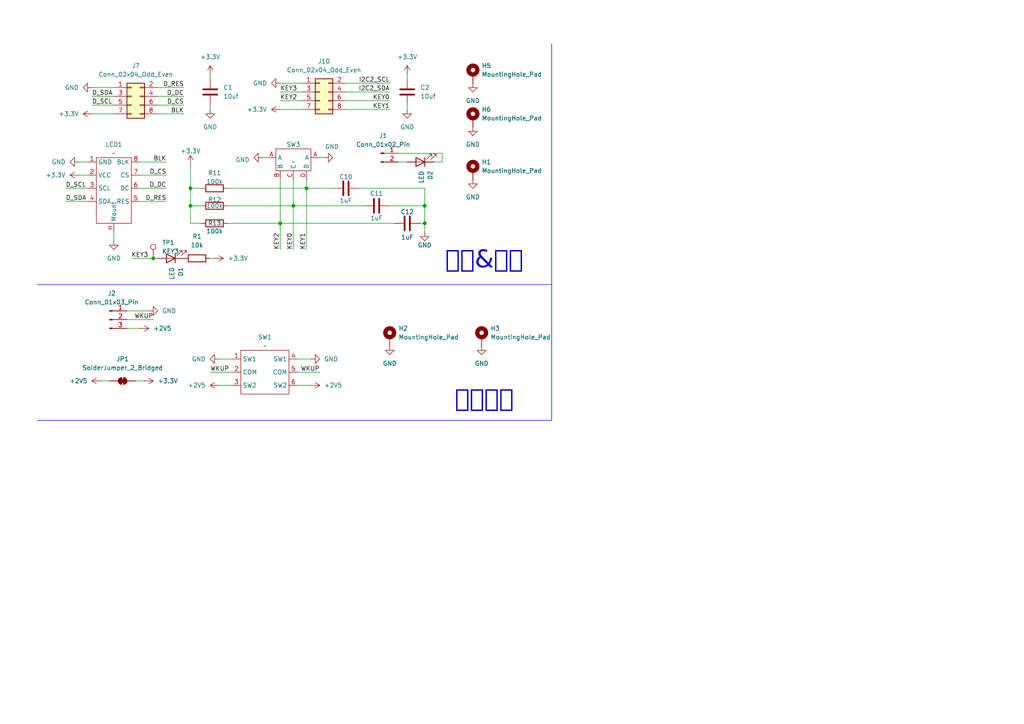
<source format=kicad_sch>
(kicad_sch (version 20250114) (generator "eeschema") (generator_version "9.0")
  (paper "A4")
  (title_block (title "PM_DISP") (date "2025-06-04") (rev "1.0") (company "LiuZS"))
  (lib_symbols
    (symbol "CODED_SW:3Direction_5Pin"
      (property "Reference" "SW" (at 0 5.08 0))
      (symbol "3Direction_5Pin_0_1"
        (rectangle (start -5.08 3.81) (end 5.08 -2.54))
      )
      (symbol "3Direction_5Pin_1_1"
        (pin input line (at -7.62 1.27 0) (length 2.54) (name "A") (number "A"))
        (pin output line (at -3.81 -5.08 90) (length 2.54) (name "B") (number "B"))
        (pin output line (at 0 -5.08 90) (length 2.54) (name "C") (number "C"))
        (pin output line (at 3.81 -5.08 90) (length 2.54) (name "D") (number "D"))
        (pin input line (at 7.62 1.27 180) (length 2.54) (name "A") (number "A"))
      )
    )
    (symbol "Connector:Conn_01x02_Pin" (pin_names (offset 1.016) (hide yes))
      (property "Reference" "J" (at 0 2.54 0))
      (property "Value" "Conn_01x02_Pin" (at 0 -5.08 0))
      (symbol "Conn_01x02_Pin_1_1"
        (rectangle (start 0.8636 0.127) (end 0 -0.127) (stroke (width 0.1524)) (fill (type outline)))
        (rectangle (start 0.8636 -2.413) (end 0 -2.667) (stroke (width 0.1524)) (fill (type outline)))
        (polyline (pts (xy 1.27 0) (xy 0.8636 0)) (stroke (width 0.1524)))
        (polyline (pts (xy 1.27 -2.54) (xy 0.8636 -2.54)) (stroke (width 0.1524)))
        (pin passive line (at 5.08 0 180) (length 3.81) (name "Pin_1") (number "1"))
        (pin passive line (at 5.08 -2.54 180) (length 3.81) (name "Pin_2") (number "2"))
      )
    )
    (symbol "Connector:Conn_01x03_Pin" (pin_names (offset 1.016) (hide yes))
      (property "Reference" "J" (at 0 5.08 0))
      (property "Value" "Conn_01x03_Pin" (at 0 -5.08 0))
      (symbol "Conn_01x03_Pin_1_1"
        (rectangle (start 0.8636 2.667) (end 0 2.413) (stroke (width 0.1524)) (fill (type outline)))
        (rectangle (start 0.8636 0.127) (end 0 -0.127) (stroke (width 0.1524)) (fill (type outline)))
        (rectangle (start 0.8636 -2.413) (end 0 -2.667) (stroke (width 0.1524)) (fill (type outline)))
        (polyline (pts (xy 1.27 2.54) (xy 0.8636 2.54)) (stroke (width 0.1524)))
        (polyline (pts (xy 1.27 0) (xy 0.8636 0)) (stroke (width 0.1524)))
        (polyline (pts (xy 1.27 -2.54) (xy 0.8636 -2.54)) (stroke (width 0.1524)))
        (pin passive line (at 5.08 2.54 180) (length 3.81) (name "Pin_1") (number "1"))
        (pin passive line (at 5.08 0 180) (length 3.81) (name "Pin_2") (number "2"))
        (pin passive line (at 5.08 -2.54 180) (length 3.81) (name "Pin_3") (number "3"))
      )
    )
    (symbol "Connector:TestPoint" (pin_numbers (hide yes)) (pin_names (offset 0.762) (hide yes))
      (property "Reference" "TP" (at 0 6.858 0))
      (property "Value" "TestPoint" (at 0 5.08 0))
      (symbol "TestPoint_0_1"
        (circle (center 0 3.302) (radius 0.762))
      )
      (symbol "TestPoint_1_1"
        (pin passive line (at 0 0 90) (length 2.54) (name "1") (number "1"))
      )
    )
    (symbol "Connector_Generic:Conn_02x04_Odd_Even" (pin_names (offset 1.016) (hide yes))
      (property "Reference" "J" (at 1.27 5.08 0))
      (property "Value" "Conn_02x04_Odd_Even" (at 1.27 -7.62 0))
      (symbol "Conn_02x04_Odd_Even_1_1"
        (rectangle (start -1.27 3.81) (end 3.81 -6.35) (stroke (width 0.254)) (fill (type background)))
        (rectangle (start -1.27 2.667) (end 0 2.413) (stroke (width 0.1524)))
        (rectangle (start -1.27 0.127) (end 0 -0.127) (stroke (width 0.1524)))
        (rectangle (start -1.27 -2.413) (end 0 -2.667) (stroke (width 0.1524)))
        (rectangle (start -1.27 -4.953) (end 0 -5.207) (stroke (width 0.1524)))
        (rectangle (start 3.81 2.667) (end 2.54 2.413) (stroke (width 0.1524)))
        (rectangle (start 3.81 0.127) (end 2.54 -0.127) (stroke (width 0.1524)))
        (rectangle (start 3.81 -2.413) (end 2.54 -2.667) (stroke (width 0.1524)))
        (rectangle (start 3.81 -4.953) (end 2.54 -5.207) (stroke (width 0.1524)))
        (pin passive line (at -5.08 2.54 0) (length 3.81) (name "Pin_1") (number "1"))
        (pin passive line (at -5.08 0 0) (length 3.81) (name "Pin_3") (number "3"))
        (pin passive line (at -5.08 -2.54 0) (length 3.81) (name "Pin_5") (number "5"))
        (pin passive line (at -5.08 -5.08 0) (length 3.81) (name "Pin_7") (number "7"))
        (pin passive line (at 7.62 2.54 180) (length 3.81) (name "Pin_2") (number "2"))
        (pin passive line (at 7.62 0 180) (length 3.81) (name "Pin_4") (number "4"))
        (pin passive line (at 7.62 -2.54 180) (length 3.81) (name "Pin_6") (number "6"))
        (pin passive line (at 7.62 -5.08 180) (length 3.81) (name "Pin_8") (number "8"))
      )
    )
    (symbol "Device:C" (pin_numbers (hide yes)) (pin_names (offset 0.254))
      (property "Reference" "C" (at 0.635 2.54 0))
      (property "Value" "C" (at 0.635 -2.54 0))
      (symbol "C_0_1"
        (polyline (pts (xy -2.032 0.762) (xy 2.032 0.762)) (stroke (width 0.508)))
        (polyline (pts (xy -2.032 -0.762) (xy 2.032 -0.762)) (stroke (width 0.508)))
      )
      (symbol "C_1_1"
        (pin passive line (at 0 3.81 270) (length 2.794) (name "~") (number "1"))
        (pin passive line (at 0 -3.81 90) (length 2.794) (name "~") (number "2"))
      )
    )
    (symbol "Device:LED" (pin_numbers (hide yes)) (pin_names (offset 1.016) (hide yes))
      (property "Reference" "D" (at 0 2.54 0))
      (property "Value" "LED" (at 0 -2.54 0))
      (symbol "LED_0_1"
        (polyline (pts (xy -3.048 -0.762) (xy -4.572 -2.286) (xy -3.81 -2.286) (xy -4.572 -2.286) (xy -4.572 -1.524)))
        (polyline (pts (xy -1.778 -0.762) (xy -3.302 -2.286) (xy -2.54 -2.286) (xy -3.302 -2.286) (xy -3.302 -1.524)))
        (polyline (pts (xy -1.27 0) (xy 1.27 0)))
        (polyline (pts (xy -1.27 -1.27) (xy -1.27 1.27)) (stroke (width 0.254)))
        (polyline (pts (xy 1.27 -1.27) (xy 1.27 1.27) (xy -1.27 0) (xy 1.27 -1.27)) (stroke (width 0.254)))
      )
      (symbol "LED_1_1"
        (pin passive line (at -3.81 0 0) (length 2.54) (name "K") (number "1"))
        (pin passive line (at 3.81 0 180) (length 2.54) (name "A") (number "2"))
      )
    )
    (symbol "Device:R" (pin_numbers (hide yes)) (pin_names (offset 0))
      (property "Reference" "R" (at 2.032 0 90))
      (property "Value" "R" (at 0 0 90))
      (symbol "R_0_1"
        (rectangle (start -1.016 -2.54) (end 1.016 2.54) (stroke (width 0.254)))
      )
      (symbol "R_1_1"
        (pin passive line (at 0 3.81 270) (length 1.27) (name "~") (number "1"))
        (pin passive line (at 0 -3.81 90) (length 1.27) (name "~") (number "2"))
      )
    )
    (symbol "Jumper:SolderJumper_2_Bridged" (pin_numbers (hide yes)) (pin_names (offset 0) (hide yes)) (in_bom no)
      (property "Reference" "JP" (at 0 2.032 0))
      (property "Value" "SolderJumper_2_Bridged" (at 0 -2.54 0))
      (symbol "SolderJumper_2_Bridged_0_1"
        (rectangle (start -0.508 0.508) (end 0.508 -0.508) (fill (type outline)))
        (polyline (pts (xy -0.254 1.016) (xy -0.254 -1.016)))
        (arc (start -0.254 -1.016) (mid -1.2656 0) (end -0.254 1.016))
        (arc (start -0.254 -1.016) (mid -1.2656 0) (end -0.254 1.016) (fill (type outline)))
        (arc (start 0.254 1.016) (mid 1.2656 0) (end 0.254 -1.016))
        (arc (start 0.254 1.016) (mid 1.2656 0) (end 0.254 -1.016) (fill (type outline)))
        (polyline (pts (xy 0.254 1.016) (xy 0.254 -1.016)))
      )
      (symbol "SolderJumper_2_Bridged_1_1"
        (pin passive line (at -3.81 0 0) (length 2.54) (name "A") (number "1"))
        (pin passive line (at 3.81 0 180) (length 2.54) (name "B") (number "2"))
      )
    )
    (symbol "KiCadLib:LCD1.69_240_280"
      (property "Reference" "LCD" (at 0 6.35 0))
      (symbol "LCD1.69_240_280_0_1"
        (rectangle (start -5.08 3.81) (end 5.08 -15.24))
      )
      (symbol "LCD1.69_240_280_1_1"
        (pin input line (at -7.62 2.54 0) (length 2.54) (name "GND") (number "1"))
        (pin input line (at -7.62 -1.27 0) (length 2.54) (name "VCC") (number "2"))
        (pin input line (at -7.62 -5.08 0) (length 2.54) (name "SCL") (number "3"))
        (pin input line (at -7.62 -8.89 0) (length 2.54) (name "SDA") (number "4"))
        (pin input line (at 0 -17.78 90) (length 2.54) (name "Mount") (number "H"))
        (pin input line (at 7.62 2.54 180) (length 2.54) (name "BLK") (number "8"))
        (pin input line (at 7.62 -1.27 180) (length 2.54) (name "CS") (number "7"))
        (pin input line (at 7.62 -5.08 180) (length 2.54) (name "DC") (number "6"))
        (pin input line (at 7.62 -8.89 180) (length 2.54) (name "RES") (number "5"))
      )
    )
    (symbol "KiCadLib:sw_push_5.8x5.8mm"
      (property "Reference" "SW" (at -0.508 7.62 0))
      (symbol "sw_push_5.8x5.8mm_0_1"
        (rectangle (start -7.62 6.35) (end 6.35 -6.35))
      )
      (symbol "sw_push_5.8x5.8mm_1_1"
        (pin input line (at -10.16 3.81 0) (length 2.54) (name "SW1") (number "1"))
        (pin input line (at -10.16 0 0) (length 2.54) (name "COM") (number "2"))
        (pin input line (at -10.16 -3.81 0) (length 2.54) (name "SW2") (number "3"))
        (pin input line (at 8.89 3.81 180) (length 2.54) (name "SW1") (number "4"))
        (pin input line (at 8.89 0 180) (length 2.54) (name "COM") (number "5"))
        (pin input line (at 8.89 -3.81 180) (length 2.54) (name "SW2") (number "6"))
      )
    )
    (symbol "Mechanical:MountingHole_Pad" (pin_numbers (hide yes)) (pin_names (offset 1.016) (hide yes)) (exclude_from_sim yes) (in_bom no)
      (property "Reference" "H" (at 0 6.35 0))
      (property "Value" "MountingHole_Pad" (at 0 4.445 0))
      (symbol "MountingHole_Pad_0_1"
        (circle (center 0 1.27) (radius 1.27) (stroke (width 1.27)))
      )
      (symbol "MountingHole_Pad_1_1"
        (pin input line (at 0 -2.54 90) (length 2.54) (name "1") (number "1"))
      )
    )
    (symbol "MountingHole_Pad_1" (pin_numbers (hide yes)) (pin_names (offset 1.016) (hide yes)) (in_bom no)
      (property "Reference" "H" (at 0 6.35 0))
      (property "Value" "MountingHole_Pad" (at 0 4.445 0))
      (symbol "MountingHole_Pad_1_0_1"
        (circle (center 0 1.27) (radius 1.27) (stroke (width 1.27)))
      )
      (symbol "MountingHole_Pad_1_1_1"
        (pin input line (at 0 -2.54 90) (length 2.54) (name "1") (number "1"))
      )
    )
    (symbol "power:+2V5" (power) (pin_numbers (hide yes)) (pin_names (offset 0) (hide yes))
      (property "Value" "+2V5" (at 0 3.556 0))
      (symbol "+2V5_0_1"
        (polyline (pts (xy -0.762 1.27) (xy 0 2.54)))
        (polyline (pts (xy 0 2.54) (xy 0.762 1.27)))
        (polyline (pts (xy 0 0) (xy 0 2.54)))
      )
      (symbol "+2V5_1_1"
        (pin power_in line (at 0 0 90) (length 0) (name "~") (number "1"))
      )
    )
    (symbol "power:+3.3V" (power) (pin_numbers (hide yes)) (pin_names (offset 0) (hide yes))
      (property "Value" "+3.3V" (at 0 3.556 0))
      (symbol "+3.3V_0_1"
        (polyline (pts (xy -0.762 1.27) (xy 0 2.54)))
        (polyline (pts (xy 0 2.54) (xy 0.762 1.27)))
        (polyline (pts (xy 0 0) (xy 0 2.54)))
      )
      (symbol "+3.3V_1_1"
        (pin power_in line (at 0 0 90) (length 0) (name "~") (number "1"))
      )
    )
    (symbol "power:GND" (power) (pin_numbers (hide yes)) (pin_names (offset 0) (hide yes))
      (property "Value" "GND" (at 0 -3.81 0))
      (symbol "GND_0_1"
        (polyline (pts (xy 0 0) (xy 0 -1.27) (xy 1.27 -1.27) (xy 0 -2.54) (xy -1.27 -1.27) (xy 0 -1.27)))
      )
      (symbol "GND_1_1"
        (pin power_in line (at 0 0 270) (length 0) (name "~") (number "1"))
      )
    )
  )
  (text "电源按键" (at 140.462 117.348 0) (effects (font (size 5.08 5.08))))
  (text "显示&按键" (at 140.462 76.962 0) (effects (font (size 5.08 5.08))))
  (junction (at 123.19 59.69))
  (junction (at 85.09 59.69))
  (junction (at 123.19 64.77))
  (junction (at 88.9 54.61))
  (junction (at 44.45 74.93))
  (junction (at 55.245 59.69))
  (junction (at 81.28 64.77))
  (junction (at 55.245 54.61))
  (wire (pts (xy 123.19 59.69) (xy 123.19 64.77)))
  (wire (pts (xy 85.09 52.07) (xy 85.09 59.69)))
  (wire (pts (xy 48.26 50.8) (xy 40.64 50.8)))
  (wire (pts (xy 66.04 54.61) (xy 88.9 54.61)))
  (wire (pts (xy 85.09 59.69) (xy 85.09 72.39)))
  (wire (pts (xy 55.245 47.625) (xy 55.245 54.61)))
  (wire (pts (xy 58.42 59.69) (xy 55.245 59.69)))
  (wire (pts (xy 58.42 64.77) (xy 55.245 64.77)))
  (wire (pts (xy 26.67 33.02) (xy 33.02 33.02)))
  (wire (pts (xy 55.245 54.61) (xy 55.245 59.69)))
  (wire (pts (xy 113.03 31.75) (xy 100.33 31.75)))
  (wire (pts (xy 22.86 46.99) (xy 25.4 46.99)))
  (wire (pts (xy 66.04 59.69) (xy 85.09 59.69)))
  (wire (pts (xy 53.34 30.48) (xy 45.72 30.48)))
  (polyline (pts (xy 10.795 121.92) (xy 160.02 121.92)))
  (wire (pts (xy 63.5 111.76) (xy 67.31 111.76)))
  (wire (pts (xy 48.26 54.61) (xy 40.64 54.61)))
  (wire (pts (xy 81.28 64.77) (xy 81.28 72.39)))
  (wire (pts (xy 104.14 54.61) (xy 123.19 54.61)))
  (wire (pts (xy 93.98 45.72) (xy 92.71 45.72)))
  (wire (pts (xy 92.71 107.95) (xy 86.36 107.95)))
  (wire (pts (xy 43.18 90.17) (xy 36.83 90.17)))
  (wire (pts (xy 81.28 31.75) (xy 87.63 31.75)))
  (wire (pts (xy 90.17 104.14) (xy 86.36 104.14)))
  (wire (pts (xy 63.5 104.14) (xy 67.31 104.14)))
  (wire (pts (xy 123.19 54.61) (xy 123.19 59.69)))
  (wire (pts (xy 118.11 21.59) (xy 118.11 22.86)))
  (wire (pts (xy 88.9 54.61) (xy 96.52 54.61)))
  (wire (pts (xy 29.21 110.49) (xy 31.75 110.49)))
  (wire (pts (xy 115.57 44.45) (xy 128.27 44.45)))
  (wire (pts (xy 53.34 25.4) (xy 45.72 25.4)))
  (wire (pts (xy 123.19 67.31) (xy 123.19 64.77)))
  (wire (pts (xy 58.42 54.61) (xy 55.245 54.61)))
  (wire (pts (xy 81.28 64.77) (xy 114.3 64.77)))
  (wire (pts (xy 44.45 74.93) (xy 45.72 74.93)))
  (wire (pts (xy 38.1 74.93) (xy 44.45 74.93)))
  (wire (pts (xy 118.11 31.75) (xy 118.11 30.48)))
  (wire (pts (xy 66.04 64.77) (xy 81.28 64.77)))
  (wire (pts (xy 60.96 107.95) (xy 67.31 107.95)))
  (wire (pts (xy 113.03 24.13) (xy 100.33 24.13)))
  (wire (pts (xy 26.67 30.48) (xy 33.02 30.48)))
  (wire (pts (xy 113.03 29.21) (xy 100.33 29.21)))
  (wire (pts (xy 123.19 64.77) (xy 121.92 64.77)))
  (wire (pts (xy 81.28 29.21) (xy 87.63 29.21)))
  (wire (pts (xy 62.23 74.93) (xy 60.96 74.93)))
  (wire (pts (xy 19.05 54.61) (xy 25.4 54.61)))
  (wire (pts (xy 26.67 25.4) (xy 33.02 25.4)))
  (wire (pts (xy 26.67 27.94) (xy 33.02 27.94)))
  (wire (pts (xy 115.57 46.99) (xy 118.11 46.99)))
  (wire (pts (xy 40.64 95.25) (xy 36.83 95.25)))
  (wire (pts (xy 22.86 50.8) (xy 25.4 50.8)))
  (polyline (pts (xy 10.795 82.55) (xy 160.02 82.55)))
  (wire (pts (xy 128.27 46.99) (xy 125.73 46.99)))
  (wire (pts (xy 81.28 24.13) (xy 87.63 24.13)))
  (wire (pts (xy 41.91 110.49) (xy 39.37 110.49)))
  (wire (pts (xy 88.9 52.07) (xy 88.9 54.61)))
  (wire (pts (xy 85.09 59.69) (xy 105.41 59.69)))
  (wire (pts (xy 88.9 54.61) (xy 88.9 72.39)))
  (wire (pts (xy 81.28 52.07) (xy 81.28 64.77)))
  (wire (pts (xy 60.96 21.59) (xy 60.96 22.86)))
  (wire (pts (xy 48.26 58.42) (xy 40.64 58.42)))
  (wire (pts (xy 33.02 69.85) (xy 33.02 67.31)))
  (wire (pts (xy 45.72 33.02) (xy 53.34 33.02)))
  (wire (pts (xy 81.28 26.67) (xy 87.63 26.67)))
  (wire (pts (xy 76.2 45.72) (xy 77.47 45.72)))
  (wire (pts (xy 128.27 44.45) (xy 128.27 46.99)))
  (wire (pts (xy 113.03 26.67) (xy 100.33 26.67)))
  (wire (pts (xy 36.83 92.71) (xy 44.45 92.71)))
  (wire (pts (xy 60.96 31.75) (xy 60.96 30.48)))
  (polyline (pts (xy 160.02 82.55) (xy 160.02 12.7)))
  (wire (pts (xy 19.05 58.42) (xy 25.4 58.42)))
  (wire (pts (xy 90.17 111.76) (xy 86.36 111.76)))
  (wire (pts (xy 53.34 27.94) (xy 45.72 27.94)))
  (polyline (pts (xy 160.02 121.92) (xy 160.02 82.55)))
  (wire (pts (xy 55.245 64.77) (xy 55.245 59.69)))
  (wire (pts (xy 113.03 59.69) (xy 123.19 59.69)))
  (wire (pts (xy 48.26 46.99) (xy 40.64 46.99)))
  (label "KEY3" (at 81.28 26.67 0))
  (label "KEY1" (at 113.03 31.75 180))
  (label "WKUP" (at 44.45 92.71 180))
  (label "KEY1" (at 88.9 72.39 90))
  (label "D_SDA" (at 19.05 58.42 0))
  (label "KEY3" (at 38.1 74.93 0))
  (label "BLK" (at 53.34 33.02 180))
  (label "KEY0" (at 113.03 29.21 180))
  (label "D_SCL" (at 19.05 54.61 0))
  (label "BLK" (at 48.26 46.99 180))
  (label "D_CS" (at 53.34 30.48 180))
  (label "WKUP" (at 60.96 107.95 0))
  (label "D_SCL" (at 26.67 30.48 0))
  (label "WKUP" (at 92.71 107.95 180))
  (label "D_RES" (at 53.34 25.4 180))
  (label "KEY2" (at 81.28 72.39 90))
  (label "KEY2" (at 81.28 29.21 0))
  (label "D_RES" (at 48.26 58.42 180))
  (label "D_DC" (at 53.34 27.94 180))
  (label "KEY0" (at 85.09 72.39 90))
  (label "D_DC" (at 48.26 54.61 180))
  (label "D_CS" (at 48.26 50.8 180))
  (label "I2C2_SCL" (at 113.03 24.13 180))
  (label "D_SDA" (at 26.67 27.94 0))
  (label "I2C2_SDA" (at 113.03 26.67 180))
  (symbol (lib_id "power:GND") (at 26.67 25.4 270) (unit 1)
    (property "Reference" "#PWR074" (effects (hide yes)))
    (property "Value" "GND" (at 22.86 25.3999 90) (effects (justify right)))
    (property "Description" "Power symbol creates a global label with name \"GND\" , ground" (effects (hide yes)))
  )
  (symbol (lib_id "Device:R") (at 57.15 74.93 270) (unit 1)
    (property "Reference" "R1" (at 57.15 68.58 90))
    (property "Value" "10k" (at 57.15 71.12 90))
    (property "Footprint" "Resistor_SMD:R_0603_1608Metric_Pad0.98x0.95mm_HandSolder" (effects (hide yes)))
  )
  (symbol (lib_id "Device:C") (at 100.33 54.61 90) (unit 1)
    (property "Reference" "C10" (at 100.33 51.308 90))
    (property "Value" "1uF" (at 100.33 58.166 90))
    (property "Footprint" "Capacitor_SMD:C_0603_1608Metric_Pad1.08x0.95mm_HandSolder" (effects (hide yes)))
    (property "Description" "Unpolarized capacitor" (effects (hide yes)))
  )
  (symbol (lib_id "Device:C") (at 109.22 59.69 90) (unit 1)
    (property "Reference" "C11" (at 109.22 56.134 90))
    (property "Value" "1uF" (at 109.22 63.246 90))
    (property "Footprint" "Capacitor_SMD:C_0603_1608Metric_Pad1.08x0.95mm_HandSolder" (effects (hide yes)))
    (property "Description" "Unpolarized capacitor" (effects (hide yes)))
  )
  (symbol (lib_id "power:GND") (at 137.16 24.13 0) (unit 1)
    (property "Reference" "#PWR086" (effects (hide yes)))
    (property "Value" "GND" (at 137.16 29.21 0))
    (property "Description" "Power symbol creates a global label with name \"GND\" , ground" (effects (hide yes)))
  )
  (symbol (lib_id "power:GND") (at 137.16 36.83 0) (unit 1)
    (property "Reference" "#PWR087" (effects (hide yes)))
    (property "Value" "GND" (at 137.16 41.91 0))
    (property "Description" "Power symbol creates a global label with name \"GND\" , ground" (effects (hide yes)))
  )
  (symbol (lib_id "power:+3.3V") (at 62.23 74.93 270) (unit 1)
    (property "Reference" "#PWR014" (effects (hide yes)))
    (property "Value" "+3.3V" (at 66.04 74.9299 90) (effects (justify left)))
  )
  (symbol (lib_id "power:+3.3V") (at 22.86 50.8 90) (unit 1)
    (property "Reference" "#PWR03" (effects (hide yes)))
    (property "Value" "+3.3V" (at 19.05 50.7999 90) (effects (justify left)))
    (property "Description" "Power symbol creates a global label with name \"+3.3V\"" (effects (hide yes)))
  )
  (symbol (lib_id "Mechanical:MountingHole_Pad") (at 137.16 21.59 0) (unit 1) (exclude_from_sim yes) (in_bom no)
    (property "Reference" "H5" (at 139.7 19.0499 0) (effects (justify left)))
    (property "Value" "MountingHole_Pad" (at 139.7 21.5899 0) (effects (justify left)))
    (property "Footprint" "MountingHole:MountingHole_2.7mm_M2.5_DIN965_Pad" (effects (hide yes)))
    (property "Description" "Mounting Hole with connection" (effects (hide yes)))
  )
  (symbol (lib_id "Connector_Generic:Conn_02x04_Odd_Even") (at 38.1 27.94 0) (unit 1)
    (property "Reference" "J7" (at 39.37 19.05 0))
    (property "Value" "Conn_02x04_Odd_Even" (at 39.37 21.59 0))
    (property "Footprint" "Connector_PinHeader_1.27mm:PinHeader_2x04_P1.27mm_Vertical" (effects (hide yes)))
    (property "Description" "Generic connector, double row, 02x04, odd/even pin numbering scheme (row 1 odd numbers, row 2 even numbers), script generated (kicad-library-utils/schlib/autogen/connector/)" (effects (hide yes)))
  )
  (symbol (lib_id "Mechanical:MountingHole_Pad") (at 139.7 97.79 0) (unit 1) (exclude_from_sim yes) (in_bom no)
    (property "Reference" "H3" (at 142.24 95.2499 0) (effects (justify left)))
    (property "Value" "MountingHole_Pad" (at 142.24 97.7899 0) (effects (justify left)))
    (property "Footprint" "MountingHole:MountingHole_2.7mm_M2.5_DIN965_Pad" (effects (hide yes)))
    (property "Description" "Mounting Hole with connection" (effects (hide yes)))
  )
  (symbol (lib_id "power:+2V5") (at 40.64 95.25 270) (unit 1)
    (property "Reference" "#PWR015" (effects (hide yes)))
    (property "Value" "+2V5" (at 44.45 95.2499 90) (effects (justify left)))
    (property "Description" "Power symbol creates a global label with name \"+2V5\"" (effects (hide yes)))
  )
  (symbol (lib_id "Connector:Conn_01x03_Pin") (at 31.75 92.71 0) (unit 1)
    (property "Reference" "J2" (at 32.385 85.09 0))
    (property "Value" "Conn_01x03_Pin" (at 32.385 87.63 0))
    (property "Footprint" "Connector_Wire:SolderWire-0.1sqmm_1x03_P3.6mm_D0.4mm_OD1mm" (effects (hide yes)))
    (property "Description" "Generic connector, single row, 01x03, script generated" (effects (hide yes)))
  )
  (symbol (lib_id "KiCadLib:LCD1.69_240_280") (at 33.02 49.53 0) (unit 1)
    (property "Reference" "LCD1" (at 33.02 41.91 0))
    (property "Value" "~" (at 33.02 44.45 0))
    (property "Footprint" "KiCadLib:LCD1.69_240_280" (effects (hide yes)))
  )
  (symbol (lib_id "power:+3.3V") (at 81.28 31.75 90) (unit 1)
    (property "Reference" "#PWR083" (effects (hide yes)))
    (property "Value" "+3.3V" (at 77.47 31.7499 90) (effects (justify left)))
    (property "Description" "Power symbol creates a global label with name \"+3.3V\"" (effects (hide yes)))
  )
  (symbol (lib_id "power:+3.3V") (at 26.67 33.02 90) (unit 1)
    (property "Reference" "#PWR068" (effects (hide yes)))
    (property "Value" "+3.3V" (at 22.86 33.0199 90) (effects (justify left)))
    (property "Description" "Power symbol creates a global label with name \"+3.3V\"" (effects (hide yes)))
  )
  (symbol (lib_id "Device:LED") (at 49.53 74.93 180) (unit 1)
    (property "Reference" "D1" (at 52.3876 77.47 90) (effects (justify left)))
    (property "Value" "LED" (at 49.8476 77.47 90) (effects (justify left)))
    (property "Footprint" "LED_SMD:LED_0805_2012Metric_Pad1.15x1.40mm_HandSolder" (effects (hide yes)))
    (property "Description" "Light emitting diode" (effects (hide yes)))
    (property "Sim.Pins" "1=K 2=A" (effects (hide yes)))
  )
  (symbol (lib_id "power:GND") (at 137.16 52.07 0) (unit 1)
    (property "Reference" "#PWR09" (effects (hide yes)))
    (property "Value" "GND" (at 137.16 57.15 0))
    (property "Description" "Power symbol creates a global label with name \"GND\" , ground" (effects (hide yes)))
  )
  (symbol (lib_id "power:GND") (at 33.02 69.85 0) (unit 1)
    (property "Reference" "#PWR01" (effects (hide yes)))
    (property "Value" "GND" (at 33.02 74.93 0))
    (property "Description" "Power symbol creates a global label with name \"GND\" , ground" (effects (hide yes)))
  )
  (symbol (lib_id "Device:R") (at 62.23 54.61 270) (unit 1)
    (property "Reference" "R11" (at 62.23 50.165 90))
    (property "Value" "100k" (at 62.23 52.705 90))
    (property "Footprint" "Resistor_SMD:R_0603_1608Metric_Pad0.98x0.95mm_HandSolder" (effects (hide yes)))
  )
  (symbol (lib_id "power:+3.3V") (at 55.245 47.625 0) (unit 1)
    (property "Reference" "#PWR012" (effects (hide yes)))
    (property "Value" "+3.3V" (at 55.245 43.815 0))
  )
  (symbol (lib_id "power:GND") (at 93.98 45.72 90) (unit 1)
    (property "Reference" "#PWR011" (effects (hide yes)))
    (property "Value" "GND" (at 94.234 42.545 90) (effects (justify right)))
  )
  (symbol (lib_id "power:+3.3V") (at 118.11 21.59 0) (unit 1)
    (property "Reference" "#PWR06" (effects (hide yes)))
    (property "Value" "+3.3V" (at 118.11 16.51 0))
    (property "Description" "Power symbol creates a global label with name \"+3.3V\"" (effects (hide yes)))
  )
  (symbol (lib_id "power:GND") (at 81.28 24.13 270) (unit 1)
    (property "Reference" "#PWR082" (effects (hide yes)))
    (property "Value" "GND" (at 77.47 24.1299 90) (effects (justify right)))
    (property "Description" "Power symbol creates a global label with name \"GND\" , ground" (effects (hide yes)))
  )
  (symbol (lib_id "power:GND") (at 113.03 100.33 0) (unit 1)
    (property "Reference" "#PWR018" (effects (hide yes)))
    (property "Value" "GND" (at 113.03 105.41 0))
    (property "Description" "Power symbol creates a global label with name \"GND\" , ground" (effects (hide yes)))
  )
  (symbol (lib_id "power:+2V5") (at 90.17 111.76 270) (unit 1)
    (property "Reference" "#PWR010" (effects (hide yes)))
    (property "Value" "+2V5" (at 93.98 111.7599 90) (effects (justify left)))
    (property "Description" "Power symbol creates a global label with name \"+2V5\"" (effects (hide yes)))
  )
  (symbol (lib_id "Device:R") (at 62.23 59.69 270) (unit 1)
    (property "Reference" "R12" (at 62.23 57.912 90))
    (property "Value" "100k" (at 62.23 59.69 90))
    (property "Footprint" "Resistor_SMD:R_0603_1608Metric_Pad0.98x0.95mm_HandSolder" (effects (hide yes)))
  )
  (symbol (lib_id "power:+2V5") (at 63.5 111.76 90) (unit 1)
    (property "Reference" "#PWR013" (effects (hide yes)))
    (property "Value" "+2V5" (at 59.69 111.7599 90) (effects (justify left)))
    (property "Description" "Power symbol creates a global label with name \"+2V5\"" (effects (hide yes)))
  )
  (symbol (lib_id "Connector:TestPoint") (at 44.45 74.93 0) (unit 1)
    (property "Reference" "TP1" (at 46.99 70.3579 0) (effects (justify left)))
    (property "Value" "KEY3" (at 46.99 72.8979 0) (effects (justify left)))
    (property "Footprint" "TestPoint:TestPoint_Pad_2.0x2.0mm" (effects (hide yes)))
    (property "Description" "test point" (effects (hide yes)))
  )
  (symbol (lib_id "power:GND") (at 118.11 31.75 0) (unit 1)
    (property "Reference" "#PWR08" (effects (hide yes)))
    (property "Value" "GND" (at 118.11 36.83 0))
    (property "Description" "Power symbol creates a global label with name \"GND\" , ground" (effects (hide yes)))
  )
  (symbol (lib_id "power:GND") (at 76.2 45.72 270) (unit 1)
    (property "Reference" "#PWR07" (effects (hide yes)))
    (property "Value" "GND" (at 72.39 46.355 90) (effects (justify right)))
  )
  (symbol (lib_id "power:+3.3V") (at 41.91 110.49 270) (unit 1)
    (property "Reference" "#PWR017" (effects (hide yes)))
    (property "Value" "+3.3V" (at 45.72 110.4899 90) (effects (justify left)))
    (property "Description" "Power symbol creates a global label with name \"+3.3V\"" (effects (hide yes)))
  )
  (symbol (lib_id "Device:R") (at 62.23 64.77 270) (unit 1)
    (property "Reference" "R13" (at 62.23 64.77 90))
    (property "Value" "100k" (at 62.23 67.056 90))
    (property "Footprint" "Resistor_SMD:R_0603_1608Metric_Pad0.98x0.95mm_HandSolder" (effects (hide yes)))
  )
  (symbol (lib_name "MountingHole_Pad_1") (lib_id "Mechanical:MountingHole_Pad") (at 137.16 49.53 0) (unit 1) (in_bom no)
    (property "Reference" "H1" (at 139.7 46.9899 0) (effects (justify left)))
    (property "Value" "MountingHole_Pad" (at 139.7 49.5299 0) (effects (justify left)))
    (property "Footprint" "MountingHole:MountingHole_3.2mm_M3_DIN965_Pad" (effects (hide yes)))
    (property "Description" "Mounting Hole with connection" (effects (hide yes)))
  )
  (symbol (lib_id "power:GND") (at 123.19 67.31 0) (unit 1)
    (property "Reference" "#PWR021" (effects (hide yes)))
    (property "Value" "GND" (at 123.19 71.12 0))
  )
  (symbol (lib_id "Jumper:SolderJumper_2_Bridged") (at 35.56 110.49 0) (unit 1) (in_bom no)
    (property "Reference" "JP1" (at 35.56 104.14 0))
    (property "Value" "SolderJumper_2_Bridged" (at 35.56 106.68 0))
    (property "Footprint" "Jumper:SolderJumper-2_P1.3mm_Bridged2Bar_RoundedPad1.0x1.5mm" (effects (hide yes)))
    (property "Description" "Solder Jumper, 2-pole, closed/bridged" (effects (hide yes)))
  )
  (symbol (lib_id "power:GND") (at 60.96 31.75 0) (unit 1)
    (property "Reference" "#PWR05" (effects (hide yes)))
    (property "Value" "GND" (at 60.96 36.83 0))
    (property "Description" "Power symbol creates a global label with name \"GND\" , ground" (effects (hide yes)))
  )
  (symbol (lib_id "KiCadLib:sw_push_5.8x5.8mm") (at 77.47 107.95 0) (unit 1)
    (property "Reference" "SW1" (at 76.835 97.79 0))
    (property "Value" "~" (at 76.835 100.33 0))
    (property "Footprint" "KiCadLib:sw_push_5.8x5.8mm" (effects (hide yes)))
  )
  (symbol (lib_id "Mechanical:MountingHole_Pad") (at 137.16 34.29 0) (unit 1) (exclude_from_sim yes) (in_bom no)
    (property "Reference" "H6" (at 139.7 31.7499 0) (effects (justify left)))
    (property "Value" "MountingHole_Pad" (at 139.7 34.2899 0) (effects (justify left)))
    (property "Footprint" "MountingHole:MountingHole_2.7mm_M2.5_DIN965_Pad" (effects (hide yes)))
    (property "Description" "Mounting Hole with connection" (effects (hide yes)))
  )
  (symbol (lib_id "Mechanical:MountingHole_Pad") (at 113.03 97.79 0) (unit 1) (exclude_from_sim yes) (in_bom no)
    (property "Reference" "H2" (at 115.57 95.2499 0) (effects (justify left)))
    (property "Value" "MountingHole_Pad" (at 115.57 97.7899 0) (effects (justify left)))
    (property "Footprint" "MountingHole:MountingHole_2.7mm_M2.5_DIN965_Pad" (effects (hide yes)))
    (property "Description" "Mounting Hole with connection" (effects (hide yes)))
  )
  (symbol (lib_id "Device:LED") (at 121.92 46.99 180) (unit 1)
    (property "Reference" "D2" (at 124.7776 49.53 90) (effects (justify left)))
    (property "Value" "LED" (at 122.2376 49.53 90) (effects (justify left)))
    (property "Footprint" "LED_SMD:LED_0805_2012Metric_Pad1.15x1.40mm_HandSolder" (effects (hide yes)))
    (property "Description" "Light emitting diode" (effects (hide yes)))
    (property "Sim.Pins" "1=K 2=A" (effects (hide yes)))
  )
  (symbol (lib_id "Device:C") (at 118.11 64.77 90) (unit 1)
    (property "Reference" "C12" (at 118.11 61.468 90))
    (property "Value" "1uF" (at 118.11 68.834 90))
    (property "Footprint" "Capacitor_SMD:C_0603_1608Metric_Pad1.08x0.95mm_HandSolder" (effects (hide yes)))
    (property "Description" "Unpolarized capacitor" (effects (hide yes)))
  )
  (symbol (lib_id "Device:C") (at 118.11 26.67 0) (unit 1)
    (property "Reference" "C2" (at 121.92 25.3999 0) (effects (justify left)))
    (property "Value" "10uf" (at 121.92 27.9399 0) (effects (justify left)))
    (property "Footprint" "Capacitor_SMD:C_0805_2012Metric_Pad1.18x1.45mm_HandSolder" (effects (hide yes)))
    (property "Description" "Unpolarized capacitor" (effects (hide yes)))
  )
  (symbol (lib_id "power:GND") (at 63.5 104.14 270) (unit 1)
    (property "Reference" "#PWR020" (effects (hide yes)))
    (property "Value" "GND" (at 59.69 104.1399 90) (effects (justify right)))
    (property "Description" "Power symbol creates a global label with name \"GND\" , ground" (effects (hide yes)))
  )
  (symbol (lib_id "power:+3.3V") (at 60.96 21.59 0) (unit 1)
    (property "Reference" "#PWR04" (effects (hide yes)))
    (property "Value" "+3.3V" (at 60.96 16.51 0))
    (property "Description" "Power symbol creates a global label with name \"+3.3V\"" (effects (hide yes)))
  )
  (symbol (lib_id "Connector:Conn_01x02_Pin") (at 110.49 44.45 0) (unit 1)
    (property "Reference" "J1" (at 111.125 39.37 0))
    (property "Value" "Conn_01x02_Pin" (at 111.125 41.91 0))
    (property "Footprint" "Connector_Wire:SolderWire-0.1sqmm_1x02_P3.6mm_D0.4mm_OD1mm" (effects (hide yes)))
    (property "Description" "Generic connector, single row, 01x02, script generated" (effects (hide yes)))
  )
  (symbol (lib_id "power:GND") (at 22.86 46.99 270) (unit 1)
    (property "Reference" "#PWR02" (effects (hide yes)))
    (property "Value" "GND" (at 19.05 46.9899 90) (effects (justify right)))
    (property "Description" "Power symbol creates a global label with name \"GND\" , ground" (effects (hide yes)))
  )
  (symbol (lib_id "Device:C") (at 60.96 26.67 0) (unit 1)
    (property "Reference" "C1" (at 64.77 25.3999 0) (effects (justify left)))
    (property "Value" "10uf" (at 64.77 27.9399 0) (effects (justify left)))
    (property "Footprint" "Capacitor_SMD:C_0805_2012Metric_Pad1.18x1.45mm_HandSolder" (effects (hide yes)))
    (property "Description" "Unpolarized capacitor" (effects (hide yes)))
  )
  (symbol (lib_id "power:GND") (at 90.17 104.14 90) (unit 1)
    (property "Reference" "#PWR022" (effects (hide yes)))
    (property "Value" "GND" (at 93.98 104.1399 90) (effects (justify right)))
    (property "Description" "Power symbol creates a global label with name \"GND\" , ground" (effects (hide yes)))
  )
  (symbol (lib_id "Connector_Generic:Conn_02x04_Odd_Even") (at 92.71 26.67 0) (unit 1)
    (property "Reference" "J10" (at 93.98 17.78 0))
    (property "Value" "Conn_02x04_Odd_Even" (at 93.98 20.32 0))
    (property "Footprint" "Connector_PinHeader_1.27mm:PinHeader_2x04_P1.27mm_Vertical" (effects (hide yes)))
    (property "Description" "Generic connector, double row, 02x04, odd/even pin numbering scheme (row 1 odd numbers, row 2 even numbers), script generated (kicad-library-utils/schlib/autogen/connector/)" (effects (hide yes)))
  )
  (symbol (lib_id "power:GND") (at 139.7 100.33 0) (unit 1)
    (property "Reference" "#PWR019" (effects (hide yes)))
    (property "Value" "GND" (at 139.7 105.41 0))
    (property "Description" "Power symbol creates a global label with name \"GND\" , ground" (effects (hide yes)))
  )
  (symbol (lib_id "CODED_SW:3Direction_5Pin") (at 85.09 46.99 0) (unit 1)
    (property "Reference" "SW3" (at 85.09 41.91 0))
    (property "Value" "~" (at 85.09 46.99 0))
    (property "Footprint" "SW_CODED:Direction3 Pin5" (effects (hide yes)))
  )
  (symbol (lib_id "power:GND") (at 43.18 90.17 90) (unit 1)
    (property "Reference" "#PWR023" (effects (hide yes)))
    (property "Value" "GND" (at 46.99 90.1699 90) (effects (justify right)))
    (property "Description" "Power symbol creates a global label with name \"GND\" , ground" (effects (hide yes)))
  )
  (symbol (lib_id "power:+2V5") (at 29.21 110.49 90) (unit 1)
    (property "Reference" "#PWR016" (effects (hide yes)))
    (property "Value" "+2V5" (at 25.4 110.4899 90) (effects (justify left)))
    (property "Description" "Power symbol creates a global label with name \"+2V5\"" (effects (hide yes)))
  )
)
</source>
